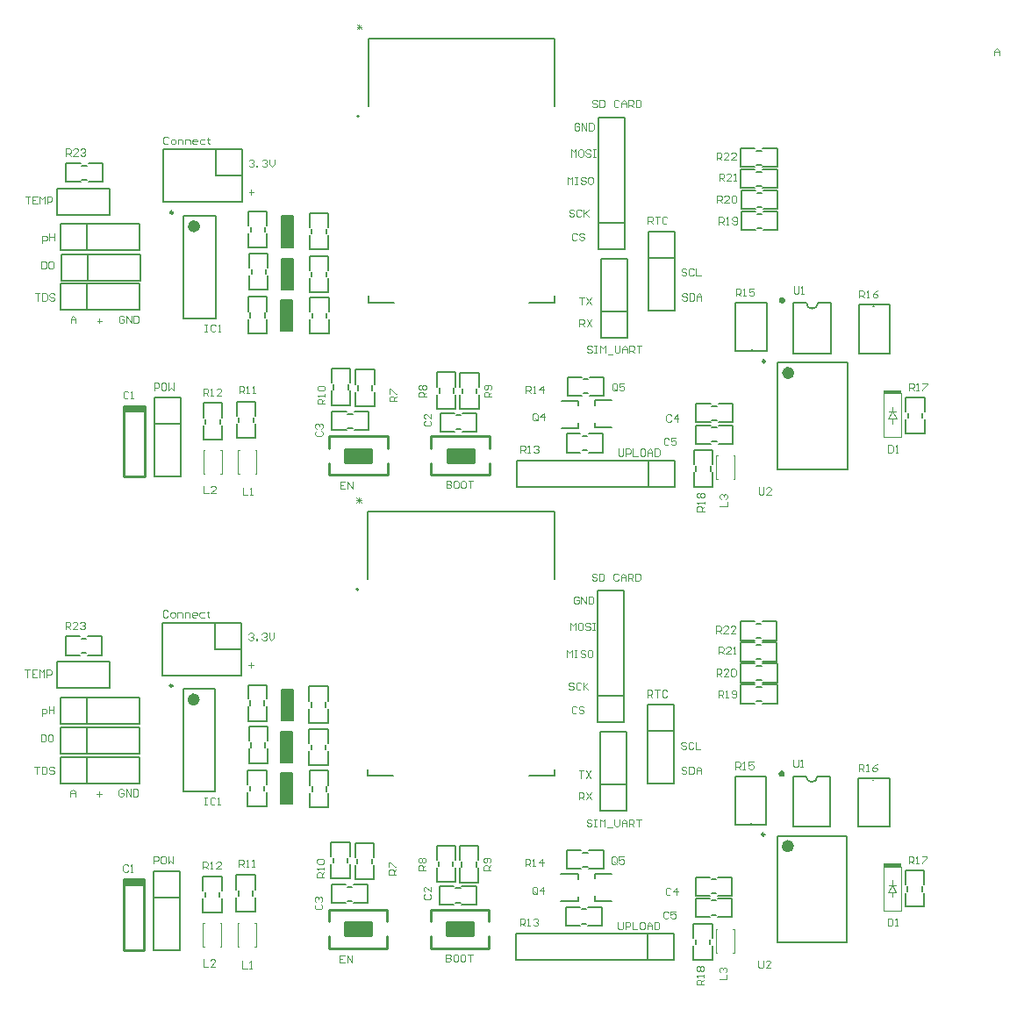
<source format=gto>
G04 Layer_Color=65535*
%FSTAX24Y24*%
%MOIN*%
G70*
G01*
G75*
%ADD40C,0.0079*%
%ADD41C,0.0098*%
%ADD42C,0.0236*%
%ADD43C,0.0070*%
%ADD44C,0.0050*%
%ADD45C,0.0040*%
%ADD46C,0.0100*%
%ADD47C,0.0039*%
%ADD48R,0.1000X0.0500*%
%ADD49R,0.0669X0.0118*%
G36*
X024208Y037924D02*
X023775D01*
Y039105D01*
X024208D01*
Y037924D01*
D02*
G37*
G36*
X024228Y03953D02*
X023795D01*
Y040711D01*
X024228D01*
Y03953D01*
D02*
G37*
G36*
X024193Y036357D02*
X02376D01*
Y037538D01*
X024193D01*
Y036357D01*
D02*
G37*
G36*
X042862Y037614D02*
X042895Y037581D01*
X042913Y037538D01*
Y037514D01*
Y037491D01*
X042895Y037447D01*
X042862Y037414D01*
X042819Y037396D01*
X042772D01*
X042728Y037414D01*
X042695Y037447D01*
X042677Y037491D01*
Y037514D01*
Y037538D01*
X042695Y037581D01*
X042728Y037614D01*
X042772Y037632D01*
X042819D01*
X042862Y037614D01*
D02*
G37*
G36*
X024224Y055904D02*
X023791D01*
Y057085D01*
X024224D01*
Y055904D01*
D02*
G37*
G36*
X024244Y05751D02*
X023811D01*
Y058691D01*
X024244D01*
Y05751D01*
D02*
G37*
G36*
X024208Y054337D02*
X023775D01*
Y055518D01*
X024208D01*
Y054337D01*
D02*
G37*
G36*
X042878Y055595D02*
X042911Y055561D01*
X042929Y055518D01*
Y055494D01*
Y055471D01*
X042911Y055427D01*
X042878Y055394D01*
X042834Y055376D01*
X042787D01*
X042744Y055394D01*
X042711Y055427D01*
X042693Y055471D01*
Y055494D01*
Y055518D01*
X042711Y055561D01*
X042744Y055595D01*
X042787Y055613D01*
X042834D01*
X042878Y055595D01*
D02*
G37*
D40*
X043736Y055396D02*
G03*
X044169Y055396I000217J0D01*
G01*
X026735Y062493D02*
G03*
X026735Y062493I-000039J0D01*
G01*
X04372Y037416D02*
G03*
X044153Y037416I000217J0D01*
G01*
X026719Y044512D02*
G03*
X026719Y044512I-000039J0D01*
G01*
X035831Y058439D02*
X03683D01*
X035831Y062439D02*
X03683D01*
Y057439D02*
Y062439D01*
X035831Y057439D02*
Y062439D01*
Y057439D02*
X03683D01*
X03772Y055118D02*
Y058118D01*
Y055118D02*
X03872D01*
Y058118D01*
X03772D02*
X03872D01*
X03772Y057118D02*
X03872D01*
X036925Y054081D02*
Y057081D01*
X035925D02*
X036925D01*
X035925Y054081D02*
Y057081D01*
Y054081D02*
X036925D01*
X035925Y055081D02*
X036925D01*
X018953Y048798D02*
Y051798D01*
Y048798D02*
X019953D01*
Y051798D01*
X018953D02*
X019953D01*
X018953Y050798D02*
X019953D01*
X035067Y050652D02*
Y050829D01*
Y051498D02*
Y051676D01*
X034427D02*
X035067D01*
X034427Y050652D02*
X035067D01*
X037724Y048404D02*
Y049404D01*
X032724D02*
X038724D01*
X032724Y048404D02*
X038724D01*
Y049404D01*
X032724Y048404D02*
Y049404D01*
X019291Y061231D02*
X022291D01*
X019291Y059231D02*
Y061231D01*
Y059231D02*
X022291D01*
Y061231D01*
X021291Y060231D02*
X022291D01*
X021291D02*
Y061231D01*
X015283Y059738D02*
X017283D01*
X015283Y058738D02*
Y059738D01*
Y058738D02*
X017283D01*
Y059738D01*
X015401Y055132D02*
X018401D01*
Y056132D01*
X015401D02*
X018401D01*
X015401Y055132D02*
Y056132D01*
X016401Y055132D02*
Y056132D01*
X015413Y057396D02*
X018413D01*
Y058396D01*
X015413D02*
X018413D01*
X015413Y057396D02*
Y058396D01*
X016413Y057396D02*
Y058396D01*
X04751Y051815D02*
X04822D01*
X04751Y05127D02*
Y051815D01*
X04822Y05127D02*
Y051815D01*
Y050437D02*
Y050965D01*
X04751Y050437D02*
X04822D01*
X04751D02*
Y050965D01*
X042626Y060564D02*
Y061274D01*
X042081D02*
X042626D01*
X042081Y060564D02*
X042626D01*
X041248D02*
X041776D01*
X041248D02*
Y061274D01*
X041776D01*
X042626Y059764D02*
Y060474D01*
X042081D02*
X042626D01*
X042081Y059764D02*
X042626D01*
X041248D02*
X041776D01*
X041248D02*
Y060474D01*
X041776D01*
X042643Y058961D02*
Y059671D01*
X042099D02*
X042643D01*
X042099Y058961D02*
X042643D01*
X041266D02*
X041794D01*
X041266D02*
Y059671D01*
X041794D01*
X042642Y058162D02*
Y058872D01*
X042097D02*
X042642D01*
X042097Y058162D02*
X042642D01*
X041264D02*
X041792D01*
X041264D02*
Y058872D01*
X041792D01*
X040395Y051562D02*
X040924D01*
X039544D02*
X04009D01*
X039544Y050862D02*
X04009D01*
X040395D02*
X040924D01*
X039544D02*
Y051562D01*
X040924Y050862D02*
Y051562D01*
X040395Y050751D02*
X040924D01*
X039544D02*
X04009D01*
X039544Y050051D02*
X04009D01*
X040395D02*
X040924D01*
X039544D02*
Y050751D01*
X040924Y050051D02*
Y050751D01*
X039461Y048418D02*
X040171D01*
Y048962D01*
X039461Y048418D02*
Y048962D01*
Y049268D02*
Y049796D01*
X040171D01*
Y049268D02*
Y049796D01*
X035708Y051514D02*
Y051691D01*
Y050668D02*
Y050845D01*
Y050668D02*
X036348D01*
X035708Y051691D02*
X036348D01*
X034657Y052583D02*
X035186D01*
X034657Y051873D02*
Y052583D01*
Y051873D02*
X035186D01*
X035491D02*
X036035D01*
X035491Y052583D02*
X036035D01*
Y051873D02*
Y052583D01*
X034622Y050426D02*
X03515D01*
X034622Y049716D02*
Y050426D01*
Y049716D02*
X03515D01*
X035455D02*
X036D01*
X035455Y050426D02*
X036D01*
Y049716D02*
Y050426D01*
X031289Y052214D02*
Y052742D01*
X030579D02*
X031289D01*
X030579Y052214D02*
Y052742D01*
Y051364D02*
Y051909D01*
X031289Y051364D02*
Y051909D01*
X030579Y051364D02*
X031289D01*
X029829Y050514D02*
Y051214D01*
X031209Y050514D02*
Y051214D01*
X029829D02*
X030359D01*
X030664D02*
X031209D01*
X030664Y050514D02*
X031209D01*
X029829D02*
X030359D01*
X029702Y05138D02*
Y051908D01*
Y05138D02*
X030412D01*
Y051908D01*
Y052214D02*
Y052758D01*
X029702Y052214D02*
Y052758D01*
X030412D01*
X026608Y051483D02*
Y052011D01*
Y051483D02*
X027318D01*
Y052011D01*
Y052316D02*
Y052861D01*
X026608Y052316D02*
Y052861D01*
X027318D01*
X026407Y052364D02*
Y052892D01*
X025697D02*
X026407D01*
X025697Y052364D02*
Y052892D01*
Y051514D02*
Y052059D01*
X026407Y051514D02*
Y052059D01*
X025697Y051514D02*
X026407D01*
X027091Y05057D02*
Y05127D01*
X025711Y05057D02*
Y05127D01*
X026562Y05057D02*
X027091D01*
X025711D02*
X026257D01*
X025711Y05127D02*
X026257D01*
X026562D02*
X027091D01*
X024864Y057427D02*
Y057956D01*
Y057427D02*
X025574D01*
Y057956D01*
Y058261D02*
Y058805D01*
X024864Y058261D02*
Y058805D01*
X025574D01*
X024864Y055809D02*
Y056338D01*
Y055809D02*
X025574D01*
Y056338D01*
Y056643D02*
Y057187D01*
X024864Y056643D02*
Y057187D01*
X025574D01*
X024884Y054231D02*
Y054759D01*
Y054231D02*
X025594D01*
Y054759D01*
Y055064D02*
Y055609D01*
X024884Y055064D02*
Y055609D01*
X025594D01*
X023281Y056746D02*
Y057274D01*
X022571D02*
X023281D01*
X022571Y056746D02*
Y057274D01*
Y055896D02*
Y056441D01*
X023281Y055896D02*
Y056441D01*
X022571Y055896D02*
X023281D01*
X022529Y054246D02*
Y054775D01*
Y054246D02*
X023239D01*
Y054775D01*
Y05508D02*
Y055624D01*
X022529Y05508D02*
Y055624D01*
X023239D01*
X02325Y05834D02*
Y058868D01*
X02254D02*
X02325D01*
X02254Y05834D02*
Y058868D01*
Y05749D02*
Y058035D01*
X02325Y05749D02*
Y058035D01*
X02254Y05749D02*
X02325D01*
X022096Y050266D02*
Y050794D01*
Y050266D02*
X022806D01*
Y050794D01*
Y051099D02*
Y051644D01*
X022096Y051099D02*
Y051644D01*
X022806D01*
X020825Y050211D02*
Y050739D01*
Y050211D02*
X021535D01*
Y050739D01*
Y051044D02*
Y051589D01*
X020825Y051044D02*
Y051589D01*
X021535D01*
X01561Y059994D02*
Y060704D01*
Y059994D02*
X016155D01*
X01561Y060704D02*
X016155D01*
X01646D02*
X016988D01*
Y059994D02*
Y060704D01*
X01646Y059994D02*
X016988D01*
X015421Y056254D02*
X018421D01*
Y057254D01*
X015421D02*
X018421D01*
X015421Y056254D02*
Y057254D01*
X016421Y056254D02*
Y057254D01*
X044169Y055396D02*
X044661D01*
X043244D02*
X043736D01*
X044661Y053471D02*
Y055396D01*
X043244Y053471D02*
X044661D01*
X043244D02*
Y055396D01*
X023791Y057085D02*
X024224D01*
X023791Y055904D02*
Y057085D01*
Y055904D02*
X024224D01*
Y057085D01*
X023811Y058691D02*
X024244D01*
X023811Y05751D02*
Y058691D01*
Y05751D02*
X024244D01*
Y058691D01*
X023775Y055518D02*
X024208D01*
X023775Y054337D02*
Y055518D01*
Y054337D02*
X024208D01*
Y055518D01*
X042649Y049077D02*
Y053132D01*
X045287Y049077D02*
Y053132D01*
X042649D02*
X045287D01*
X042649Y049077D02*
X045287D01*
X020075Y054805D02*
Y058703D01*
X021295Y054805D02*
Y058703D01*
X020075D02*
X021295D01*
X020075Y054805D02*
X021295D01*
X018937Y032817D02*
X019937D01*
X018937Y033817D02*
X019937D01*
Y030817D02*
Y033817D01*
X018937Y030817D02*
X019937D01*
X018937D02*
Y033817D01*
X024228Y03953D02*
Y040711D01*
X023795Y03953D02*
X024228D01*
X023795D02*
Y040711D01*
X024228D01*
X024208Y037924D02*
Y039105D01*
X023775Y037924D02*
X024208D01*
X023775D02*
Y039105D01*
X024208D01*
X024193Y036357D02*
Y037538D01*
X02376Y036357D02*
X024193D01*
X02376D02*
Y037538D01*
X024193D01*
X034411Y032672D02*
X035051D01*
X034411Y033695D02*
X035051D01*
Y033518D02*
Y033695D01*
Y032672D02*
Y032849D01*
X035693Y033711D02*
X036332D01*
X035693Y032687D02*
X036332D01*
X035693D02*
Y032864D01*
Y033534D02*
Y033711D01*
X024848Y040825D02*
X025558D01*
X024848Y040281D02*
Y040825D01*
X025558Y040281D02*
Y040825D01*
Y039447D02*
Y039975D01*
X024848Y039447D02*
X025558D01*
X024848D02*
Y039975D01*
X025682Y033534D02*
X026392D01*
Y034078D01*
X025682Y033534D02*
Y034078D01*
Y034383D02*
Y034912D01*
X026392D01*
Y034383D02*
Y034912D01*
X02208Y033664D02*
X02279D01*
X02208Y033119D02*
Y033664D01*
X02279Y033119D02*
Y033664D01*
Y032286D02*
Y032814D01*
X02208Y032286D02*
X02279D01*
X02208D02*
Y032814D01*
X020809Y033609D02*
X021519D01*
X020809Y033064D02*
Y033609D01*
X021519Y033064D02*
Y033609D01*
Y032231D02*
Y032759D01*
X020809Y032231D02*
X021519D01*
X020809D02*
Y032759D01*
X035984Y031735D02*
Y032445D01*
X035439D02*
X035984D01*
X035439Y031735D02*
X035984D01*
X034606D02*
X035134D01*
X034606D02*
Y032445D01*
X035134D01*
X036019Y033893D02*
Y034603D01*
X035475D02*
X036019D01*
X035475Y033893D02*
X036019D01*
X034642D02*
X03517D01*
X034642D02*
Y034603D01*
X03517D01*
X047494Y032457D02*
Y032985D01*
Y032457D02*
X048204D01*
Y032985D01*
Y03329D02*
Y033835D01*
X047494Y03329D02*
Y033835D01*
X048204D01*
X040155Y031287D02*
Y031816D01*
X039445D02*
X040155D01*
X039445Y031287D02*
Y031816D01*
Y030438D02*
Y030982D01*
X040155Y030438D02*
Y030982D01*
X039445Y030438D02*
X040155D01*
X041248Y040892D02*
X041776D01*
X041248Y040182D02*
Y040892D01*
Y040182D02*
X041776D01*
X042081D02*
X042626D01*
X042081Y040892D02*
X042626D01*
Y040182D02*
Y040892D01*
X022524Y03951D02*
X023234D01*
Y040055D01*
X022524Y03951D02*
Y040055D01*
Y04036D02*
Y040888D01*
X023234D01*
Y04036D02*
Y040888D01*
X04125Y041691D02*
X041778D01*
X04125Y040981D02*
Y041691D01*
Y040981D02*
X041778D01*
X042083D02*
X042628D01*
X042083Y041691D02*
X042628D01*
Y040981D02*
Y041691D01*
X041232Y042494D02*
X041761D01*
X041232Y041784D02*
Y042494D01*
Y041784D02*
X041761D01*
X042066D02*
X04261D01*
X042066Y042494D02*
X04261D01*
Y041784D02*
Y042494D01*
X041232Y043293D02*
X041761D01*
X041232Y042583D02*
Y043293D01*
Y042583D02*
X041761D01*
X042066D02*
X04261D01*
X042066Y043293D02*
X04261D01*
Y042583D02*
Y043293D01*
X016444Y042014D02*
X016972D01*
Y042724D01*
X016444D02*
X016972D01*
X015594D02*
X016139D01*
X015594Y042014D02*
X016139D01*
X015594D02*
Y042724D01*
X024848Y039207D02*
X025558D01*
X024848Y038662D02*
Y039207D01*
X025558Y038662D02*
Y039207D01*
Y037829D02*
Y038357D01*
X024848Y037829D02*
X025558D01*
X024848D02*
Y038357D01*
X022556Y037916D02*
X023266D01*
Y03846D01*
X022556Y037916D02*
Y03846D01*
Y038765D02*
Y039294D01*
X023266D01*
Y038765D02*
Y039294D01*
X024868Y037628D02*
X025578D01*
X024868Y037084D02*
Y037628D01*
X025578Y037084D02*
Y037628D01*
Y03625D02*
Y036779D01*
X024868Y03625D02*
X025578D01*
X024868D02*
Y036779D01*
X022513Y037644D02*
X023223D01*
X022513Y037099D02*
Y037644D01*
X023223Y037099D02*
Y037644D01*
Y036266D02*
Y036794D01*
X022513Y036266D02*
X023223D01*
X022513D02*
Y036794D01*
X026592Y03488D02*
X027302D01*
X026592Y034336D02*
Y03488D01*
X027302Y034336D02*
Y03488D01*
Y033502D02*
Y034031D01*
X026592Y033502D02*
X027302D01*
X026592D02*
Y034031D01*
X029687Y034778D02*
X030397D01*
X029687Y034233D02*
Y034778D01*
X030397Y034233D02*
Y034778D01*
Y0334D02*
Y033928D01*
X029687Y0334D02*
X030397D01*
X029687D02*
Y033928D01*
X030563Y033384D02*
X031273D01*
Y033929D01*
X030563Y033384D02*
Y033929D01*
Y034234D02*
Y034762D01*
X031273D01*
Y034234D02*
Y034762D01*
X037705Y039138D02*
X038705D01*
X037705Y040138D02*
X038705D01*
Y037138D02*
Y040138D01*
X037705Y037138D02*
X038705D01*
X037705D02*
Y040138D01*
X035815Y039459D02*
X036815D01*
X035815D02*
Y044459D01*
X036815Y039459D02*
Y044459D01*
X035815D02*
X036815D01*
X035815Y040459D02*
X036815D01*
X035909Y037101D02*
X036909D01*
X035909Y036101D02*
X036909D01*
X035909D02*
Y039101D01*
X036909D01*
Y036101D02*
Y039101D01*
X016386Y037152D02*
Y038152D01*
X015386Y037152D02*
Y038152D01*
X018386D01*
Y037152D02*
Y038152D01*
X015386Y037152D02*
X018386D01*
X017268Y040758D02*
Y041758D01*
X015267Y040758D02*
X017268D01*
X015267D02*
Y041758D01*
X017268D01*
X043228Y03549D02*
Y037416D01*
Y03549D02*
X044645D01*
Y037416D01*
X043228D02*
X04372D01*
X044153D02*
X044645D01*
X042634Y031097D02*
X045271D01*
X042634Y035152D02*
X045271D01*
Y031097D02*
Y035152D01*
X042634Y031097D02*
Y035152D01*
X032708Y030424D02*
Y031424D01*
X038708Y030424D02*
Y031424D01*
X032708Y030424D02*
X038708D01*
X032708Y031424D02*
X038708D01*
X037708Y030424D02*
Y031424D01*
X029814Y032534D02*
X030343D01*
X030648D02*
X031194D01*
X030648Y033234D02*
X031194D01*
X029814D02*
X030343D01*
X031194Y032534D02*
Y033234D01*
X029814Y032534D02*
Y033234D01*
X026546Y033289D02*
X027076D01*
X025696D02*
X026241D01*
X025696Y032589D02*
X026241D01*
X026546D02*
X027076D01*
X025696D02*
Y033289D01*
X027076Y032589D02*
Y033289D01*
X040909Y032882D02*
Y033582D01*
X039529Y032882D02*
Y033582D01*
X040379Y032882D02*
X040909D01*
X039529D02*
X040074D01*
X039529Y033582D02*
X040074D01*
X040379D02*
X040909D01*
Y032071D02*
Y032771D01*
X039529Y032071D02*
Y032771D01*
X040379Y032071D02*
X040909D01*
X039529D02*
X040074D01*
X039529Y032771D02*
X040074D01*
X040379D02*
X040909D01*
X021275Y04225D02*
Y04325D01*
Y04225D02*
X022275D01*
Y04125D02*
Y04325D01*
X019275Y04125D02*
X022275D01*
X019275D02*
Y04325D01*
X022275D01*
X016405Y038274D02*
Y039274D01*
X015405Y038274D02*
Y039274D01*
X018405D01*
Y038274D02*
Y039274D01*
X015405Y038274D02*
X018405D01*
X020059Y036825D02*
X021279D01*
X020059Y040723D02*
X021279D01*
Y036825D02*
Y040723D01*
X020059Y036825D02*
Y040723D01*
X016397Y039416D02*
Y040416D01*
X015397Y039416D02*
Y040416D01*
X018397D01*
Y039416D02*
Y040416D01*
X015397Y039416D02*
X018397D01*
D41*
X042157Y053179D02*
G03*
X042157Y053179I-000049J0D01*
G01*
X019671Y058829D02*
G03*
X019671Y058829I-000049J0D01*
G01*
X042142Y035199D02*
G03*
X042142Y035199I-000049J0D01*
G01*
X019655Y040849D02*
G03*
X019655Y040849I-000049J0D01*
G01*
D42*
X043161Y052738D02*
G03*
X043161Y052738I-000118J0D01*
G01*
X020586Y058309D02*
G03*
X020586Y058309I-000118J0D01*
G01*
X043145Y034758D02*
G03*
X043145Y034758I-000118J0D01*
G01*
X020571Y040329D02*
G03*
X020571Y040329I-000118J0D01*
G01*
D43*
X048136Y051034D02*
Y051214D01*
X047596Y051034D02*
Y051214D01*
X041845Y060648D02*
X042025D01*
X041845Y061188D02*
X042025D01*
X041845Y059848D02*
X042025D01*
X041845Y060388D02*
X042025D01*
X041863Y059045D02*
X042043D01*
X041863Y059585D02*
X042043D01*
X041861Y058246D02*
X042041D01*
X041861Y058786D02*
X042041D01*
X040146Y051481D02*
X040326D01*
X040146Y050941D02*
X040326D01*
X040146Y05067D02*
X040326D01*
X040146Y05013D02*
X040326D01*
X039545Y049018D02*
Y049198D01*
X040085Y049018D02*
Y049198D01*
X035255Y052497D02*
X035435D01*
X035255Y051957D02*
X035435D01*
X035219Y05034D02*
X035399D01*
X035219Y0498D02*
X035399D01*
X031203Y051965D02*
Y052145D01*
X030663Y051965D02*
Y052145D01*
X030428Y051136D02*
X030608D01*
X030428Y050596D02*
X030608D01*
X029789Y051978D02*
Y052158D01*
X030329Y051978D02*
Y052158D01*
X026694Y05208D02*
Y05226D01*
X027234Y05208D02*
Y05226D01*
X026321Y052115D02*
Y052295D01*
X025781Y052115D02*
Y052295D01*
X026313Y050648D02*
X026493D01*
X026313Y051188D02*
X026493D01*
X02495Y058025D02*
Y058205D01*
X02549Y058025D02*
Y058205D01*
X02495Y056407D02*
Y056587D01*
X02549Y056407D02*
Y056587D01*
X02497Y054828D02*
Y055008D01*
X02551Y054828D02*
Y055008D01*
X023195Y056497D02*
Y056677D01*
X022655Y056497D02*
Y056677D01*
X022615Y054844D02*
Y055024D01*
X023155Y054844D02*
Y055024D01*
X023164Y058091D02*
Y058271D01*
X022624Y058091D02*
Y058271D01*
X022182Y050863D02*
Y051043D01*
X022722Y050863D02*
Y051043D01*
X020911Y050808D02*
Y050988D01*
X021451Y050808D02*
Y050988D01*
X016211Y06062D02*
X016391D01*
X016211Y06008D02*
X016391D01*
X025474Y040044D02*
Y040224D01*
X024934Y040044D02*
Y040224D01*
X025766Y034134D02*
Y034314D01*
X026306Y034134D02*
Y034314D01*
X022706Y032883D02*
Y033063D01*
X022166Y032883D02*
Y033063D01*
X021435Y032828D02*
Y033008D01*
X020895Y032828D02*
Y033008D01*
X035203Y031819D02*
X035383D01*
X035203Y032359D02*
X035383D01*
X035239Y033977D02*
X035419D01*
X035239Y034517D02*
X035419D01*
X04758Y033054D02*
Y033234D01*
X04812Y033054D02*
Y033234D01*
X040069Y031038D02*
Y031218D01*
X039529Y031038D02*
Y031218D01*
X041845Y040806D02*
X042025D01*
X041845Y040266D02*
X042025D01*
X022608Y040111D02*
Y040291D01*
X023148Y040111D02*
Y040291D01*
X041847Y041605D02*
X042027D01*
X041847Y041065D02*
X042027D01*
X04183Y042408D02*
X04201D01*
X04183Y041868D02*
X04201D01*
X04183Y043207D02*
X04201D01*
X04183Y042667D02*
X04201D01*
X016195Y0421D02*
X016375D01*
X016195Y04264D02*
X016375D01*
X025474Y038426D02*
Y038606D01*
X024934Y038426D02*
Y038606D01*
X02264Y038516D02*
Y038696D01*
X02318Y038516D02*
Y038696D01*
X025494Y036848D02*
Y037028D01*
X024954Y036848D02*
Y037028D01*
X02314Y036863D02*
Y037043D01*
X0226Y036863D02*
Y037043D01*
X027218Y0341D02*
Y03428D01*
X026678Y0341D02*
Y03428D01*
X030313Y033997D02*
Y034177D01*
X029773Y033997D02*
Y034177D01*
X030647Y033985D02*
Y034165D01*
X031187Y033985D02*
Y034165D01*
X030412Y032615D02*
X030592D01*
X030412Y033156D02*
X030592D01*
X026297Y033208D02*
X026477D01*
X026297Y032668D02*
X026477D01*
X04013Y032961D02*
X04031D01*
X04013Y033501D02*
X04031D01*
X04013Y03215D02*
X04031D01*
X04013Y03269D02*
X04031D01*
D44*
X045728Y053485D02*
Y055325D01*
Y053485D02*
X046908D01*
Y055325D01*
X046035D02*
X046908D01*
X04583D02*
X045933D01*
X046283Y055255D02*
X046288D01*
X045728Y055325D02*
X04583D01*
X045933D02*
X046035D01*
X042218Y053557D02*
Y055397D01*
X041038D02*
X042218D01*
X041038Y053557D02*
Y055397D01*
Y053557D02*
X04191D01*
X042012D02*
X042116D01*
X041658Y053627D02*
X041663D01*
X042116Y053557D02*
X042218D01*
X04191D02*
X042012D01*
X02709Y055406D02*
Y055662D01*
Y055406D02*
X028054D01*
X033212D02*
X034176D01*
Y055662D01*
X02709Y062886D02*
Y065445D01*
X034176D01*
Y062886D02*
Y065445D01*
X041894Y035577D02*
X041996D01*
X0421D02*
X042202D01*
X041642Y035647D02*
X041647D01*
X041996Y035577D02*
X0421D01*
X041022D02*
X041894D01*
X041022D02*
Y037417D01*
X042202D01*
Y035577D02*
Y037417D01*
X045918Y037345D02*
X046019D01*
X045712D02*
X045814D01*
X046267Y037275D02*
X046272D01*
X045814Y037345D02*
X045918D01*
X046019D02*
X046892D01*
Y035505D02*
Y037345D01*
X045712Y035505D02*
X046892D01*
X045712D02*
Y037345D01*
X03416Y044906D02*
Y047465D01*
X027074D02*
X03416D01*
X027074Y044906D02*
Y047465D01*
X03416Y037426D02*
Y037682D01*
X033196Y037426D02*
X03416D01*
X027074D02*
X028038D01*
X027074D02*
Y037682D01*
D45*
X040303Y049589D02*
X040353D01*
X040303Y048689D02*
Y049589D01*
Y048689D02*
X040353D01*
X040953Y049589D02*
X041003D01*
Y048689D02*
Y049589D01*
X040953Y048689D02*
X041003D01*
X02215Y049804D02*
X0222D01*
X02215Y048904D02*
Y049804D01*
Y048904D02*
X0222D01*
X0228Y049804D02*
X02285D01*
Y048904D02*
Y049804D01*
X0228Y048904D02*
X02285D01*
X020823Y049808D02*
X020873D01*
X020823Y048908D02*
Y049808D01*
Y048908D02*
X020873D01*
X021473Y049808D02*
X021523D01*
Y048908D02*
Y049808D01*
X021473Y048908D02*
X021523D01*
X022784Y030924D02*
X022834D01*
Y031824D01*
X022784D02*
X022834D01*
X022134Y030924D02*
X022184D01*
X022134D02*
Y031824D01*
X022184D01*
X021457Y030927D02*
X021507D01*
Y031827D01*
X021457D02*
X021507D01*
X020807Y030927D02*
X020857D01*
X020807D02*
Y031827D01*
X020857D01*
X040938Y030709D02*
X040988D01*
Y031609D01*
X040938D02*
X040988D01*
X040288Y030709D02*
X040338D01*
X040288D02*
Y031609D01*
X040338D01*
D46*
X031696Y048867D02*
Y049317D01*
Y049877D02*
Y050327D01*
X030086Y049347D02*
Y049847D01*
Y049347D02*
X031086D01*
Y049847D01*
X030086D02*
X031086D01*
X029476Y050327D02*
X031696D01*
X029476Y048867D02*
X031696D01*
X029476D02*
Y049317D01*
Y049877D02*
Y050327D01*
X025606Y049877D02*
Y050327D01*
Y048867D02*
Y049317D01*
X027216Y049347D02*
Y049847D01*
X026216D02*
X027216D01*
X026216Y049347D02*
Y049847D01*
Y049347D02*
X027216D01*
X025606Y048867D02*
X027826D01*
X025606Y050327D02*
X027826D01*
Y049877D02*
Y050327D01*
Y048867D02*
Y049317D01*
X017811Y05147D02*
X018598D01*
X017811Y05138D02*
X018598D01*
X017811Y0513D02*
X018598D01*
X017811Y0488D02*
Y05145D01*
Y0488D02*
X018598D01*
Y05145D01*
X029461Y031896D02*
Y032346D01*
Y030886D02*
Y031336D01*
Y030886D02*
X031681D01*
X029461Y032346D02*
X031681D01*
X030071Y031866D02*
X031071D01*
Y031366D02*
Y031866D01*
X030071Y031366D02*
X031071D01*
X030071D02*
Y031866D01*
X031681Y031896D02*
Y032346D01*
Y030886D02*
Y031336D01*
X018582Y030819D02*
Y033469D01*
X017795Y030819D02*
X018582D01*
X017795D02*
Y033469D01*
Y033319D02*
X018582D01*
X017795Y033399D02*
X018582D01*
X017795Y033489D02*
X018582D01*
X027811Y030886D02*
Y031336D01*
Y031896D02*
Y032346D01*
X025591D02*
X027811D01*
X025591Y030886D02*
X027811D01*
X026201Y031366D02*
X027201D01*
X026201D02*
Y031866D01*
X027201D01*
Y031366D02*
Y031866D01*
X025591Y030886D02*
Y031336D01*
Y031896D02*
Y032346D01*
D47*
X046673Y050292D02*
Y051965D01*
X047342D01*
Y050292D02*
Y051965D01*
X046673Y050292D02*
X047342D01*
X047008Y051266D02*
X047165Y05099D01*
X04685D02*
X047008Y051266D01*
X04685Y05099D02*
X047165D01*
X047008Y050813D02*
Y05099D01*
X04687Y051266D02*
X047145D01*
X047008D02*
Y051443D01*
X046992Y033286D02*
Y033463D01*
X046854Y033286D02*
X04713D01*
X046992Y032833D02*
Y03301D01*
X046834D02*
X047149D01*
X046834D02*
X046992Y033286D01*
X047149Y03301D01*
X046657Y032311D02*
X047327D01*
Y033985D01*
X046657D02*
X047327D01*
X046657Y032311D02*
Y033985D01*
X035786Y063055D02*
X03574Y063101D01*
X035648D01*
X035602Y063055D01*
Y063009D01*
X035648Y062963D01*
X03574D01*
X035786Y062917D01*
Y062871D01*
X03574Y062825D01*
X035648D01*
X035602Y062871D01*
X035878Y063101D02*
Y062825D01*
X036015D01*
X036061Y062871D01*
Y063055D01*
X036015Y063101D01*
X035878D01*
X036612Y063055D02*
X036566Y063101D01*
X036475D01*
X036429Y063055D01*
Y062871D01*
X036475Y062825D01*
X036566D01*
X036612Y062871D01*
X036704Y062825D02*
Y063009D01*
X036796Y063101D01*
X036888Y063009D01*
Y062825D01*
Y062963D01*
X036704D01*
X03698Y062825D02*
Y063101D01*
X037117D01*
X037163Y063055D01*
Y062963D01*
X037117Y062917D01*
X03698D01*
X037071D02*
X037163Y062825D01*
X037255Y063101D02*
Y062825D01*
X037393D01*
X037439Y062871D01*
Y063055D01*
X037393Y063101D01*
X037255D01*
X037716Y0584D02*
Y058676D01*
X037854D01*
X037899Y05863D01*
Y058538D01*
X037854Y058492D01*
X037716D01*
X037808D02*
X037899Y0584D01*
X037991Y058676D02*
X038175D01*
X038083D01*
Y0584D01*
X03845Y05863D02*
X038405Y058676D01*
X038313D01*
X038267Y05863D01*
Y058446D01*
X038313Y0584D01*
X038405D01*
X03845Y058446D01*
X035589Y053722D02*
X035543Y053768D01*
X035451D01*
X035406Y053722D01*
Y053676D01*
X035451Y05363D01*
X035543D01*
X035589Y053584D01*
Y053538D01*
X035543Y053492D01*
X035451D01*
X035406Y053538D01*
X035681Y053768D02*
X035773D01*
X035727D01*
Y053492D01*
X035681D01*
X035773D01*
X035911D02*
Y053768D01*
X036002Y053676D01*
X036094Y053768D01*
Y053492D01*
X036186Y053446D02*
X03637D01*
X036462Y053768D02*
Y053538D01*
X036508Y053492D01*
X036599D01*
X036645Y053538D01*
Y053768D01*
X036737Y053492D02*
Y053676D01*
X036829Y053768D01*
X036921Y053676D01*
Y053492D01*
Y05363D01*
X036737D01*
X037013Y053492D02*
Y053768D01*
X03715D01*
X037196Y053722D01*
Y05363D01*
X03715Y053584D01*
X037013D01*
X037104D02*
X037196Y053492D01*
X037288Y053768D02*
X037472D01*
X03738D01*
Y053492D01*
X018956Y05208D02*
Y052356D01*
X019094D01*
X019139Y05231D01*
Y052218D01*
X019094Y052172D01*
X018956D01*
X019369Y052356D02*
X019277D01*
X019231Y05231D01*
Y052126D01*
X019277Y05208D01*
X019369D01*
X019415Y052126D01*
Y05231D01*
X019369Y052356D01*
X019507D02*
Y05208D01*
X019599Y052172D01*
X01969Y05208D01*
Y052356D01*
X033522Y050969D02*
Y051153D01*
X033476Y051199D01*
X033384D01*
X033338Y051153D01*
Y050969D01*
X033384Y050924D01*
X033476D01*
X03343Y051015D02*
X033522Y050924D01*
X033476D02*
X033522Y050969D01*
X033752Y050924D02*
Y051199D01*
X033614Y051061D01*
X033798D01*
X036598Y049858D02*
Y049629D01*
X036644Y049583D01*
X036736D01*
X036782Y049629D01*
Y049858D01*
X036874Y049583D02*
Y049858D01*
X037012D01*
X037058Y049812D01*
Y04972D01*
X037012Y049675D01*
X036874D01*
X037149Y049858D02*
Y049583D01*
X037333D01*
X037563Y049858D02*
X037471D01*
X037425Y049812D01*
Y049629D01*
X037471Y049583D01*
X037563D01*
X037609Y049629D01*
Y049812D01*
X037563Y049858D01*
X0377Y049583D02*
Y049766D01*
X037792Y049858D01*
X037884Y049766D01*
Y049583D01*
Y04972D01*
X0377D01*
X037976Y049858D02*
Y049583D01*
X038114D01*
X03816Y049629D01*
Y049812D01*
X038114Y049858D01*
X037976D01*
X019498Y061661D02*
X019453Y061707D01*
X019361D01*
X019315Y061661D01*
Y061477D01*
X019361Y061431D01*
X019453D01*
X019498Y061477D01*
X019636Y061431D02*
X019728D01*
X019774Y061477D01*
Y061569D01*
X019728Y061615D01*
X019636D01*
X01959Y061569D01*
Y061477D01*
X019636Y061431D01*
X019866D02*
Y061615D01*
X020003D01*
X020049Y061569D01*
Y061431D01*
X020141D02*
Y061615D01*
X020279D01*
X020325Y061569D01*
Y061431D01*
X020555D02*
X020463D01*
X020417Y061477D01*
Y061569D01*
X020463Y061615D01*
X020555D01*
X0206Y061569D01*
Y061523D01*
X020417D01*
X020876Y061615D02*
X020738D01*
X020692Y061569D01*
Y061477D01*
X020738Y061431D01*
X020876D01*
X021014Y061661D02*
Y061615D01*
X020968D01*
X02106D01*
X021014D01*
Y061477D01*
X02106Y061431D01*
X014063Y059437D02*
X014247D01*
X014155D01*
Y059161D01*
X014522Y059437D02*
X014338D01*
Y059161D01*
X014522D01*
X014338Y059299D02*
X01443D01*
X014614Y059161D02*
Y059437D01*
X014706Y059345D01*
X014798Y059437D01*
Y059161D01*
X01489D02*
Y059437D01*
X015027D01*
X015073Y059391D01*
Y059299D01*
X015027Y059253D01*
X01489D01*
X014433Y055758D02*
X014617D01*
X014525D01*
Y055483D01*
X014708Y055758D02*
Y055483D01*
X014846D01*
X014892Y055529D01*
Y055712D01*
X014846Y055758D01*
X014708D01*
X015168Y055712D02*
X015122Y055758D01*
X01503D01*
X014984Y055712D01*
Y055666D01*
X01503Y05562D01*
X015122D01*
X015168Y055574D01*
Y055529D01*
X015122Y055483D01*
X01503D01*
X014984Y055529D01*
X014705Y057678D02*
Y057954D01*
X014842D01*
X014888Y057908D01*
Y057816D01*
X014842Y05777D01*
X014705D01*
X01498Y058045D02*
Y05777D01*
Y057908D01*
X015164D01*
Y058045D01*
Y05777D01*
X047638Y052071D02*
Y052346D01*
X047776D01*
X047821Y0523D01*
Y052209D01*
X047776Y052163D01*
X047638D01*
X04773D02*
X047821Y052071D01*
X047913D02*
X048005D01*
X047959D01*
Y052346D01*
X047913Y0523D01*
X048143Y052346D02*
X048327D01*
Y0523D01*
X048143Y052117D01*
Y052071D01*
X045746Y05559D02*
Y055866D01*
X045883D01*
X045929Y05582D01*
Y055728D01*
X045883Y055682D01*
X045746D01*
X045838D02*
X045929Y05559D01*
X046021D02*
X046113D01*
X046067D01*
Y055866D01*
X046021Y05582D01*
X046434Y055866D02*
X046343Y05582D01*
X046251Y055728D01*
Y055636D01*
X046297Y05559D01*
X046389D01*
X046434Y055636D01*
Y055682D01*
X046389Y055728D01*
X046251D01*
X040323Y060827D02*
Y061102D01*
X040461D01*
X040507Y061056D01*
Y060965D01*
X040461Y060919D01*
X040323D01*
X040415D02*
X040507Y060827D01*
X040782D02*
X040598D01*
X040782Y06101D01*
Y061056D01*
X040736Y061102D01*
X040644D01*
X040598Y061056D01*
X041058Y060827D02*
X040874D01*
X041058Y06101D01*
Y061056D01*
X041012Y061102D01*
X04092D01*
X040874Y061056D01*
X040421Y060035D02*
Y060311D01*
X040559D01*
X040605Y060265D01*
Y060173D01*
X040559Y060127D01*
X040421D01*
X040513D02*
X040605Y060035D01*
X04088D02*
X040697D01*
X04088Y060219D01*
Y060265D01*
X040835Y060311D01*
X040743D01*
X040697Y060265D01*
X040972Y060035D02*
X041064D01*
X041018D01*
Y060311D01*
X040972Y060265D01*
X040335Y059201D02*
Y059476D01*
X040472D01*
X040518Y05943D01*
Y059339D01*
X040472Y059293D01*
X040335D01*
X040426D02*
X040518Y059201D01*
X040794D02*
X04061D01*
X040794Y059384D01*
Y05943D01*
X040748Y059476D01*
X040656D01*
X04061Y05943D01*
X040886D02*
X040932Y059476D01*
X041023D01*
X041069Y05943D01*
Y059247D01*
X041023Y059201D01*
X040932D01*
X040886Y059247D01*
Y05943D01*
X040409Y058382D02*
Y058657D01*
X040547D01*
X040593Y058611D01*
Y05852D01*
X040547Y058474D01*
X040409D01*
X040501D02*
X040593Y058382D01*
X040685D02*
X040777D01*
X040731D01*
Y058657D01*
X040685Y058611D01*
X040915Y058428D02*
X04096Y058382D01*
X041052D01*
X041098Y058428D01*
Y058611D01*
X041052Y058657D01*
X04096D01*
X040915Y058611D01*
Y058566D01*
X04096Y05852D01*
X041098D01*
X041056Y05566D02*
Y055936D01*
X041193D01*
X041239Y05589D01*
Y055798D01*
X041193Y055752D01*
X041056D01*
X041148D02*
X041239Y05566D01*
X041331D02*
X041423D01*
X041377D01*
Y055936D01*
X041331Y05589D01*
X041744Y055936D02*
X041561D01*
Y055798D01*
X041653Y055844D01*
X041699D01*
X041744Y055798D01*
Y055706D01*
X041699Y05566D01*
X041607D01*
X041561Y055706D01*
X038597Y05111D02*
X038551Y051156D01*
X038459D01*
X038413Y05111D01*
Y050926D01*
X038459Y05088D01*
X038551D01*
X038597Y050926D01*
X038826Y05088D02*
Y051156D01*
X038689Y051018D01*
X038872D01*
X038506Y05022D02*
X03846Y050266D01*
X038369D01*
X038323Y05022D01*
Y050036D01*
X038369Y04999D01*
X03846D01*
X038506Y050036D01*
X038782Y050266D02*
X038598D01*
Y050128D01*
X03869Y050174D01*
X038736D01*
X038782Y050128D01*
Y050036D01*
X038736Y04999D01*
X038644D01*
X038598Y050036D01*
X040449Y047669D02*
X040724D01*
Y047853D01*
X040495Y047945D02*
X040449Y047991D01*
Y048083D01*
X040495Y048128D01*
X040541D01*
X040587Y048083D01*
Y048037D01*
Y048083D01*
X040633Y048128D01*
X040678D01*
X040724Y048083D01*
Y047991D01*
X040678Y047945D01*
X039854Y047484D02*
X039579D01*
Y047622D01*
X039625Y047668D01*
X039717D01*
X039762Y047622D01*
Y047484D01*
Y047576D02*
X039854Y047668D01*
Y04776D02*
Y047852D01*
Y047806D01*
X039579D01*
X039625Y04776D01*
Y047989D02*
X039579Y048035D01*
Y048127D01*
X039625Y048173D01*
X039671D01*
X039717Y048127D01*
X039762Y048173D01*
X039808D01*
X039854Y048127D01*
Y048035D01*
X039808Y047989D01*
X039762D01*
X039717Y048035D01*
X039671Y047989D01*
X039625D01*
X039717Y048035D02*
Y048127D01*
X036538Y052107D02*
Y052291D01*
X036492Y052337D01*
X0364D01*
X036354Y052291D01*
Y052107D01*
X0364Y052061D01*
X036492D01*
X036446Y052153D02*
X036538Y052061D01*
X036492D02*
X036538Y052107D01*
X036813Y052337D02*
X03663D01*
Y052199D01*
X036721Y052245D01*
X036767D01*
X036813Y052199D01*
Y052107D01*
X036767Y052061D01*
X036676D01*
X03663Y052107D01*
X033079Y051971D02*
Y052246D01*
X033216D01*
X033262Y0522D01*
Y052109D01*
X033216Y052063D01*
X033079D01*
X03317D02*
X033262Y051971D01*
X033354D02*
X033446D01*
X0334D01*
Y052246D01*
X033354Y0522D01*
X033721Y051971D02*
Y052246D01*
X033584Y052109D01*
X033767D01*
X032874Y049707D02*
Y049983D01*
X033012D01*
X033057Y049937D01*
Y049845D01*
X033012Y049799D01*
X032874D01*
X032966D02*
X033057Y049707D01*
X033149D02*
X033241D01*
X033195D01*
Y049983D01*
X033149Y049937D01*
X033379D02*
X033425Y049983D01*
X033517D01*
X033563Y049937D01*
Y049891D01*
X033517Y049845D01*
X033471D01*
X033517D01*
X033563Y049799D01*
Y049753D01*
X033517Y049707D01*
X033425D01*
X033379Y049753D01*
X031764Y051829D02*
X031488D01*
Y051967D01*
X031534Y052013D01*
X031626D01*
X031672Y051967D01*
Y051829D01*
Y051921D02*
X031764Y052013D01*
X031718Y052105D02*
X031764Y05215D01*
Y052242D01*
X031718Y052288D01*
X031534D01*
X031488Y052242D01*
Y05215D01*
X031534Y052105D01*
X03158D01*
X031626Y05215D01*
Y052288D01*
X029251Y05091D02*
X029205Y050864D01*
Y050773D01*
X029251Y050727D01*
X029434D01*
X02948Y050773D01*
Y050864D01*
X029434Y05091D01*
X02948Y051186D02*
Y051002D01*
X029296Y051186D01*
X029251D01*
X029205Y05114D01*
Y051048D01*
X029251Y051002D01*
X030059Y048634D02*
Y048358D01*
X030197D01*
X030243Y048404D01*
Y04845D01*
X030197Y048496D01*
X030059D01*
X030197D01*
X030243Y048542D01*
Y048588D01*
X030197Y048634D01*
X030059D01*
X030472D02*
X03038D01*
X030335Y048588D01*
Y048404D01*
X03038Y048358D01*
X030472D01*
X030518Y048404D01*
Y048588D01*
X030472Y048634D01*
X030748D02*
X030656D01*
X03061Y048588D01*
Y048404D01*
X030656Y048358D01*
X030748D01*
X030794Y048404D01*
Y048588D01*
X030748Y048634D01*
X030886D02*
X031069D01*
X030977D01*
Y048358D01*
X029287Y051829D02*
X029012D01*
Y051967D01*
X029058Y052013D01*
X029149D01*
X029195Y051967D01*
Y051829D01*
Y051921D02*
X029287Y052013D01*
X029058Y052105D02*
X029012Y05215D01*
Y052242D01*
X029058Y052288D01*
X029104D01*
X029149Y052242D01*
X029195Y052288D01*
X029241D01*
X029287Y052242D01*
Y05215D01*
X029241Y052105D01*
X029195D01*
X029149Y05215D01*
X029104Y052105D01*
X029058D01*
X029149Y05215D02*
Y052242D01*
X028165Y051668D02*
X02789D01*
Y051805D01*
X027936Y051851D01*
X028027D01*
X028073Y051805D01*
Y051668D01*
Y051759D02*
X028165Y051851D01*
X02789Y051943D02*
Y052127D01*
X027936D01*
X028119Y051943D01*
X028165D01*
X025433Y051561D02*
X025157D01*
Y051699D01*
X025203Y051745D01*
X025295D01*
X025341Y051699D01*
Y051561D01*
Y051653D02*
X025433Y051745D01*
Y051837D02*
Y051929D01*
Y051883D01*
X025157D01*
X025203Y051837D01*
Y052066D02*
X025157Y052112D01*
Y052204D01*
X025203Y05225D01*
X025387D01*
X025433Y052204D01*
Y052112D01*
X025387Y052066D01*
X025203D01*
X02513Y050527D02*
X025084Y050481D01*
Y050389D01*
X02513Y050343D01*
X025314D01*
X02536Y050389D01*
Y050481D01*
X025314Y050527D01*
X02513Y050619D02*
X025084Y050665D01*
Y050757D01*
X02513Y050803D01*
X025176D01*
X025222Y050757D01*
Y050711D01*
Y050757D01*
X025268Y050803D01*
X025314D01*
X02536Y050757D01*
Y050665D01*
X025314Y050619D01*
X026215Y048598D02*
X026031D01*
Y048323D01*
X026215D01*
X026031Y048461D02*
X026123D01*
X026307Y048323D02*
Y048598D01*
X026491Y048323D01*
Y048598D01*
X022193Y051955D02*
Y052231D01*
X02233D01*
X022376Y052185D01*
Y052093D01*
X02233Y052047D01*
X022193D01*
X022285D02*
X022376Y051955D01*
X022468D02*
X02256D01*
X022514D01*
Y052231D01*
X022468Y052185D01*
X022698Y051955D02*
X02279D01*
X022744D01*
Y052231D01*
X022698Y052185D01*
X022323Y048372D02*
Y048097D01*
X022506D01*
X022598D02*
X02269D01*
X022644D01*
Y048372D01*
X022598Y048326D01*
X020834Y048439D02*
Y048164D01*
X021018D01*
X021294D02*
X02111D01*
X021294Y048347D01*
Y048393D01*
X021248Y048439D01*
X021156D01*
X02111Y048393D01*
X020826Y05187D02*
Y052146D01*
X020963D01*
X021009Y0521D01*
Y052008D01*
X020963Y051962D01*
X020826D01*
X020918D02*
X021009Y05187D01*
X021101D02*
X021193D01*
X021147D01*
Y052146D01*
X021101Y0521D01*
X021514Y05187D02*
X021331D01*
X021514Y052054D01*
Y0521D01*
X021469Y052146D01*
X021377D01*
X021331Y0521D01*
X017979Y05199D02*
X017933Y052036D01*
X017842D01*
X017796Y05199D01*
Y051806D01*
X017842Y05176D01*
X017933D01*
X017979Y051806D01*
X018071Y05176D02*
X018163D01*
X018117D01*
Y052036D01*
X018071Y05199D01*
X015606Y06098D02*
Y061256D01*
X015743D01*
X015789Y06121D01*
Y061118D01*
X015743Y061072D01*
X015606D01*
X015698D02*
X015789Y06098D01*
X016065D02*
X015881D01*
X016065Y061164D01*
Y06121D01*
X016019Y061256D01*
X015927D01*
X015881Y06121D01*
X016157D02*
X016203Y061256D01*
X016294D01*
X01634Y06121D01*
Y061164D01*
X016294Y061118D01*
X016249D01*
X016294D01*
X01634Y061072D01*
Y061026D01*
X016294Y06098D01*
X016203D01*
X016157Y061026D01*
X014673Y056979D02*
Y056703D01*
X014811D01*
X014857Y056749D01*
Y056933D01*
X014811Y056979D01*
X014673D01*
X015086D02*
X014994D01*
X014949Y056933D01*
Y056749D01*
X014994Y056703D01*
X015086D01*
X015132Y056749D01*
Y056933D01*
X015086Y056979D01*
X046846Y049992D02*
Y049717D01*
X046984D01*
X04703Y049762D01*
Y049946D01*
X046984Y049992D01*
X046846D01*
X047122Y049717D02*
X047214D01*
X047168D01*
Y049992D01*
X047122Y049946D01*
X043256Y056026D02*
Y055796D01*
X043302Y05575D01*
X043393D01*
X043439Y055796D01*
Y056026D01*
X043531Y05575D02*
X043623D01*
X043577D01*
Y056026D01*
X043531Y05598D01*
X041933Y048396D02*
Y048166D01*
X041979Y04812D01*
X042071D01*
X042117Y048166D01*
Y048396D01*
X042392Y04812D02*
X042208D01*
X042392Y048304D01*
Y04835D01*
X042346Y048396D01*
X042254D01*
X042208Y04835D01*
X026656Y06598D02*
X026839Y065796D01*
X026656D02*
X026839Y06598D01*
X026656Y065888D02*
X026839D01*
X026748Y065796D02*
Y06598D01*
X020882Y054585D02*
X020974D01*
X020928D01*
Y054309D01*
X020882D01*
X020974D01*
X021295Y054539D02*
X021249Y054585D01*
X021157D01*
X021111Y054539D01*
Y054355D01*
X021157Y054309D01*
X021249D01*
X021295Y054355D01*
X021387Y054309D02*
X021479D01*
X021433D01*
Y054585D01*
X021387Y054539D01*
X034799Y060949D02*
Y061224D01*
X034891Y061132D01*
X034983Y061224D01*
Y060949D01*
X035212Y061224D02*
X035121D01*
X035075Y061178D01*
Y060995D01*
X035121Y060949D01*
X035212D01*
X035258Y060995D01*
Y061178D01*
X035212Y061224D01*
X035534Y061178D02*
X035488Y061224D01*
X035396D01*
X03535Y061178D01*
Y061132D01*
X035396Y061087D01*
X035488D01*
X035534Y061041D01*
Y060995D01*
X035488Y060949D01*
X035396D01*
X03535Y060995D01*
X035626Y061224D02*
X035718D01*
X035672D01*
Y060949D01*
X035626D01*
X035718D01*
X035105Y062182D02*
X035059Y062228D01*
X034967D01*
X034921Y062182D01*
Y061999D01*
X034967Y061953D01*
X035059D01*
X035105Y061999D01*
Y062091D01*
X035013D01*
X035197Y061953D02*
Y062228D01*
X03538Y061953D01*
Y062228D01*
X035472D02*
Y061953D01*
X03561D01*
X035656Y061999D01*
Y062182D01*
X03561Y062228D01*
X035472D01*
X034665Y059909D02*
Y060185D01*
X034757Y060093D01*
X034849Y060185D01*
Y059909D01*
X034941Y060185D02*
X035033D01*
X034987D01*
Y059909D01*
X034941D01*
X035033D01*
X035354Y060139D02*
X035308Y060185D01*
X035216D01*
X03517Y060139D01*
Y060093D01*
X035216Y060047D01*
X035308D01*
X035354Y060001D01*
Y059955D01*
X035308Y059909D01*
X035216D01*
X03517Y059955D01*
X035584Y060185D02*
X035492D01*
X035446Y060139D01*
Y059955D01*
X035492Y059909D01*
X035584D01*
X03563Y059955D01*
Y060139D01*
X035584Y060185D01*
X022559Y060793D02*
X022605Y060838D01*
X022697D01*
X022743Y060793D01*
Y060747D01*
X022697Y060701D01*
X022651D01*
X022697D01*
X022743Y060655D01*
Y060609D01*
X022697Y060563D01*
X022605D01*
X022559Y060609D01*
X022835Y060563D02*
Y060609D01*
X02288D01*
Y060563D01*
X022835D01*
X023064Y060793D02*
X02311Y060838D01*
X023202D01*
X023248Y060793D01*
Y060747D01*
X023202Y060701D01*
X023156D01*
X023202D01*
X023248Y060655D01*
Y060609D01*
X023202Y060563D01*
X02311D01*
X023064Y060609D01*
X02334Y060838D02*
Y060655D01*
X023431Y060563D01*
X023523Y060655D01*
Y060838D01*
X039199Y055718D02*
X039153Y055764D01*
X039062D01*
X039016Y055718D01*
Y055672D01*
X039062Y055626D01*
X039153D01*
X039199Y05558D01*
Y055534D01*
X039153Y055488D01*
X039062D01*
X039016Y055534D01*
X039291Y055764D02*
Y055488D01*
X039429D01*
X039475Y055534D01*
Y055718D01*
X039429Y055764D01*
X039291D01*
X039567Y055488D02*
Y055672D01*
X039659Y055764D01*
X03975Y055672D01*
Y055488D01*
Y055626D01*
X039567D01*
X034912Y058907D02*
X034866Y058953D01*
X034774D01*
X034728Y058907D01*
Y058861D01*
X034774Y058815D01*
X034866D01*
X034912Y058769D01*
Y058723D01*
X034866Y058677D01*
X034774D01*
X034728Y058723D01*
X035188Y058907D02*
X035142Y058953D01*
X03505D01*
X035004Y058907D01*
Y058723D01*
X03505Y058677D01*
X035142D01*
X035188Y058723D01*
X035279Y058953D02*
Y058677D01*
Y058769D01*
X035463Y058953D01*
X035325Y058815D01*
X035463Y058677D01*
X035018Y058005D02*
X034972Y058051D01*
X034881D01*
X034835Y058005D01*
Y057822D01*
X034881Y057776D01*
X034972D01*
X035018Y057822D01*
X035294Y058005D02*
X035248Y058051D01*
X035156D01*
X03511Y058005D01*
Y057959D01*
X035156Y057913D01*
X035248D01*
X035294Y057867D01*
Y057822D01*
X035248Y057776D01*
X035156D01*
X03511Y057822D01*
X035106Y05561D02*
X03529D01*
X035198D01*
Y055335D01*
X035382Y05561D02*
X035565Y055335D01*
Y05561D02*
X035382Y055335D01*
X03511Y054504D02*
Y054779D01*
X035248D01*
X035294Y054734D01*
Y054642D01*
X035248Y054596D01*
X03511D01*
X035202D02*
X035294Y054504D01*
X035386Y054779D02*
X035569Y054504D01*
Y054779D02*
X035386Y054504D01*
X016787Y05472D02*
X016971D01*
X016879Y054812D02*
Y054629D01*
X01781Y05486D02*
X017764Y054905D01*
X017672D01*
X017626Y05486D01*
Y054676D01*
X017672Y05463D01*
X017764D01*
X01781Y054676D01*
Y054768D01*
X017718D01*
X017901Y05463D02*
Y054905D01*
X018085Y05463D01*
Y054905D01*
X018177D02*
Y05463D01*
X018315D01*
X018361Y054676D01*
Y05486D01*
X018315Y054905D01*
X018177D01*
X03918Y056655D02*
X039134Y056701D01*
X039042D01*
X038996Y056655D01*
Y056609D01*
X039042Y056563D01*
X039134D01*
X03918Y056517D01*
Y056471D01*
X039134Y056425D01*
X039042D01*
X038996Y056471D01*
X039455Y056655D02*
X039409Y056701D01*
X039317D01*
X039272Y056655D01*
Y056471D01*
X039317Y056425D01*
X039409D01*
X039455Y056471D01*
X039547Y056701D02*
Y056425D01*
X039731D01*
X022551Y05961D02*
X022735D01*
X022643Y059702D02*
Y059518D01*
X015791Y054626D02*
Y05481D01*
X015883Y054901D01*
X015975Y05481D01*
Y054626D01*
Y054764D01*
X015791D01*
X0377Y04042D02*
Y040696D01*
X037838D01*
X037884Y04065D01*
Y040558D01*
X037838Y040512D01*
X0377D01*
X037792D02*
X037884Y04042D01*
X037975Y040696D02*
X038159D01*
X038067D01*
Y04042D01*
X038435Y04065D02*
X038389Y040696D01*
X038297D01*
X038251Y04065D01*
Y040466D01*
X038297Y04042D01*
X038389D01*
X038435Y040466D01*
X01894Y0341D02*
Y034376D01*
X019078D01*
X019124Y03433D01*
Y034238D01*
X019078Y034192D01*
X01894D01*
X019353Y034376D02*
X019261D01*
X019216Y03433D01*
Y034146D01*
X019261Y0341D01*
X019353D01*
X019399Y034146D01*
Y03433D01*
X019353Y034376D01*
X019491D02*
Y0341D01*
X019583Y034192D01*
X019675Y0341D01*
Y034376D01*
X036583Y031878D02*
Y031648D01*
X036629Y031602D01*
X03672D01*
X036766Y031648D01*
Y031878D01*
X036858Y031602D02*
Y031878D01*
X036996D01*
X037042Y031832D01*
Y03174D01*
X036996Y031694D01*
X036858D01*
X037134Y031878D02*
Y031602D01*
X037317D01*
X037547Y031878D02*
X037455D01*
X037409Y031832D01*
Y031648D01*
X037455Y031602D01*
X037547D01*
X037593Y031648D01*
Y031832D01*
X037547Y031878D01*
X037685Y031602D02*
Y031786D01*
X037777Y031878D01*
X037868Y031786D01*
Y031602D01*
Y03174D01*
X037685D01*
X03796Y031878D02*
Y031602D01*
X038098D01*
X038144Y031648D01*
Y031832D01*
X038098Y031878D01*
X03796D01*
X014417Y037778D02*
X014601D01*
X014509D01*
Y037502D01*
X014693Y037778D02*
Y037502D01*
X01483D01*
X014876Y037548D01*
Y037732D01*
X01483Y037778D01*
X014693D01*
X015152Y037732D02*
X015106Y037778D01*
X015014D01*
X014968Y037732D01*
Y037686D01*
X015014Y03764D01*
X015106D01*
X015152Y037594D01*
Y037548D01*
X015106Y037502D01*
X015014D01*
X014968Y037548D01*
X035573Y035741D02*
X035528Y035787D01*
X035436D01*
X03539Y035741D01*
Y035695D01*
X035436Y03565D01*
X035528D01*
X035573Y035604D01*
Y035558D01*
X035528Y035512D01*
X035436D01*
X03539Y035558D01*
X035665Y035787D02*
X035757D01*
X035711D01*
Y035512D01*
X035665D01*
X035757D01*
X035895D02*
Y035787D01*
X035987Y035695D01*
X036079Y035787D01*
Y035512D01*
X03617Y035466D02*
X036354D01*
X036446Y035787D02*
Y035558D01*
X036492Y035512D01*
X036584D01*
X03663Y035558D01*
Y035787D01*
X036721Y035512D02*
Y035695D01*
X036813Y035787D01*
X036905Y035695D01*
Y035512D01*
Y03565D01*
X036721D01*
X036997Y035512D02*
Y035787D01*
X037135D01*
X037181Y035741D01*
Y03565D01*
X037135Y035604D01*
X036997D01*
X037089D02*
X037181Y035512D01*
X037272Y035787D02*
X037456D01*
X037364D01*
Y035512D01*
X03577Y045074D02*
X035724Y04512D01*
X035632D01*
X035586Y045074D01*
Y045028D01*
X035632Y044983D01*
X035724D01*
X03577Y044937D01*
Y044891D01*
X035724Y044845D01*
X035632D01*
X035586Y044891D01*
X035862Y04512D02*
Y044845D01*
X036D01*
X036046Y044891D01*
Y045074D01*
X036Y04512D01*
X035862D01*
X036597Y045074D02*
X036551Y04512D01*
X036459D01*
X036413Y045074D01*
Y044891D01*
X036459Y044845D01*
X036551D01*
X036597Y044891D01*
X036688Y044845D02*
Y045028D01*
X03678Y04512D01*
X036872Y045028D01*
Y044845D01*
Y044983D01*
X036688D01*
X036964Y044845D02*
Y04512D01*
X037102D01*
X037148Y045074D01*
Y044983D01*
X037102Y044937D01*
X036964D01*
X037056D02*
X037148Y044845D01*
X037239Y04512D02*
Y044845D01*
X037377D01*
X037423Y044891D01*
Y045074D01*
X037377Y04512D01*
X037239D01*
X033063Y03399D02*
Y034266D01*
X033201D01*
X033246Y03422D01*
Y034128D01*
X033201Y034082D01*
X033063D01*
X033155D02*
X033246Y03399D01*
X033338D02*
X03343D01*
X033384D01*
Y034266D01*
X033338Y03422D01*
X033706Y03399D02*
Y034266D01*
X033568Y034128D01*
X033752D01*
X032858Y031727D02*
Y032002D01*
X032996D01*
X033042Y031956D01*
Y031864D01*
X032996Y031819D01*
X032858D01*
X03295D02*
X033042Y031727D01*
X033134D02*
X033225D01*
X033179D01*
Y032002D01*
X033134Y031956D01*
X033363D02*
X033409Y032002D01*
X033501D01*
X033547Y031956D01*
Y03191D01*
X033501Y031864D01*
X033455D01*
X033501D01*
X033547Y031819D01*
Y031773D01*
X033501Y031727D01*
X033409D01*
X033363Y031773D01*
X02081Y03389D02*
Y034165D01*
X020948D01*
X020994Y03412D01*
Y034028D01*
X020948Y033982D01*
X02081D01*
X020902D02*
X020994Y03389D01*
X021086D02*
X021177D01*
X021131D01*
Y034165D01*
X021086Y03412D01*
X021499Y03389D02*
X021315D01*
X021499Y034074D01*
Y03412D01*
X021453Y034165D01*
X021361D01*
X021315Y03412D01*
X022177Y033975D02*
Y03425D01*
X022315D01*
X022361Y034204D01*
Y034112D01*
X022315Y034067D01*
X022177D01*
X022269D02*
X022361Y033975D01*
X022452D02*
X022544D01*
X022498D01*
Y03425D01*
X022452Y034204D01*
X022682Y033975D02*
X022774D01*
X022728D01*
Y03425D01*
X022682Y034204D01*
X025417Y033581D02*
X025142D01*
Y033719D01*
X025188Y033765D01*
X025279D01*
X025325Y033719D01*
Y033581D01*
Y033673D02*
X025417Y033765D01*
Y033857D02*
Y033948D01*
Y033902D01*
X025142D01*
X025188Y033857D01*
Y034086D02*
X025142Y034132D01*
Y034224D01*
X025188Y03427D01*
X025371D01*
X025417Y034224D01*
Y034132D01*
X025371Y034086D01*
X025188D01*
X031748Y033849D02*
X031472D01*
Y033986D01*
X031518Y034032D01*
X03161D01*
X031656Y033986D01*
Y033849D01*
Y033941D02*
X031748Y034032D01*
X031702Y034124D02*
X031748Y03417D01*
Y034262D01*
X031702Y034308D01*
X031518D01*
X031472Y034262D01*
Y03417D01*
X031518Y034124D01*
X031564D01*
X03161Y03417D01*
Y034308D01*
X029271Y033849D02*
X028996D01*
Y033986D01*
X029042Y034032D01*
X029134D01*
X02918Y033986D01*
Y033849D01*
Y033941D02*
X029271Y034032D01*
X029042Y034124D02*
X028996Y03417D01*
Y034262D01*
X029042Y034308D01*
X029088D01*
X029134Y034262D01*
X02918Y034308D01*
X029226D01*
X029271Y034262D01*
Y03417D01*
X029226Y034124D01*
X02918D01*
X029134Y03417D01*
X029088Y034124D01*
X029042D01*
X029134Y03417D02*
Y034262D01*
X028149Y033687D02*
X027874D01*
Y033825D01*
X02792Y033871D01*
X028012D01*
X028058Y033825D01*
Y033687D01*
Y033779D02*
X028149Y033871D01*
X027874Y033963D02*
Y034146D01*
X02792D01*
X028103Y033963D01*
X028149D01*
X036522Y034127D02*
Y034311D01*
X036476Y034357D01*
X036384D01*
X036338Y034311D01*
Y034127D01*
X036384Y034081D01*
X036476D01*
X03643Y034173D02*
X036522Y034081D01*
X036476D02*
X036522Y034127D01*
X036798Y034357D02*
X036614D01*
Y034219D01*
X036706Y034265D01*
X036752D01*
X036798Y034219D01*
Y034127D01*
X036752Y034081D01*
X03666D01*
X036614Y034127D01*
X033506Y032989D02*
Y033173D01*
X03346Y033219D01*
X033369D01*
X033323Y033173D01*
Y032989D01*
X033369Y032943D01*
X03346D01*
X033414Y033035D02*
X033506Y032943D01*
X03346D02*
X033506Y032989D01*
X033736Y032943D02*
Y033219D01*
X033598Y033081D01*
X033782D01*
X014689Y039698D02*
Y039973D01*
X014827D01*
X014872Y039927D01*
Y039836D01*
X014827Y03979D01*
X014689D01*
X014964Y040065D02*
Y03979D01*
Y039927D01*
X015148D01*
Y040065D01*
Y03979D01*
X020819Y030459D02*
Y030183D01*
X021002D01*
X021278D02*
X021094D01*
X021278Y030367D01*
Y030413D01*
X021232Y030459D01*
X02114D01*
X021094Y030413D01*
X022307Y030392D02*
Y030116D01*
X022491D01*
X022582D02*
X022674D01*
X022628D01*
Y030392D01*
X022582Y030346D01*
X020866Y036605D02*
X020958D01*
X020912D01*
Y036329D01*
X020866D01*
X020958D01*
X021279Y036559D02*
X021233Y036605D01*
X021141D01*
X021096Y036559D01*
Y036375D01*
X021141Y036329D01*
X021233D01*
X021279Y036375D01*
X021371Y036329D02*
X021463D01*
X021417D01*
Y036605D01*
X021371Y036559D01*
X014657Y038998D02*
Y038723D01*
X014795D01*
X014841Y038769D01*
Y038952D01*
X014795Y038998D01*
X014657D01*
X015071D02*
X014979D01*
X014933Y038952D01*
Y038769D01*
X014979Y038723D01*
X015071D01*
X015116Y038769D01*
Y038952D01*
X015071Y038998D01*
X019483Y043681D02*
X019437Y043727D01*
X019345D01*
X019299Y043681D01*
Y043497D01*
X019345Y043451D01*
X019437D01*
X019483Y043497D01*
X01962Y043451D02*
X019712D01*
X019758Y043497D01*
Y043589D01*
X019712Y043635D01*
X01962D01*
X019575Y043589D01*
Y043497D01*
X01962Y043451D01*
X01985D02*
Y043635D01*
X019988D01*
X020034Y043589D01*
Y043451D01*
X020126D02*
Y043635D01*
X020263D01*
X020309Y043589D01*
Y043451D01*
X020539D02*
X020447D01*
X020401Y043497D01*
Y043589D01*
X020447Y043635D01*
X020539D01*
X020585Y043589D01*
Y043543D01*
X020401D01*
X02086Y043635D02*
X020722D01*
X020677Y043589D01*
Y043497D01*
X020722Y043451D01*
X02086D01*
X020998Y043681D02*
Y043635D01*
X020952D01*
X021044D01*
X020998D01*
Y043497D01*
X021044Y043451D01*
X025114Y032547D02*
X025069Y032501D01*
Y032409D01*
X025114Y032363D01*
X025298D01*
X025344Y032409D01*
Y032501D01*
X025298Y032547D01*
X025114Y032639D02*
X025069Y032685D01*
Y032776D01*
X025114Y032822D01*
X02516D01*
X025206Y032776D01*
Y03273D01*
Y032776D01*
X025252Y032822D01*
X025298D01*
X025344Y032776D01*
Y032685D01*
X025298Y032639D01*
X029235Y03293D02*
X029189Y032884D01*
Y032792D01*
X029235Y032746D01*
X029418D01*
X029464Y032792D01*
Y032884D01*
X029418Y03293D01*
X029464Y033206D02*
Y033022D01*
X029281Y033206D01*
X029235D01*
X029189Y03316D01*
Y033068D01*
X029235Y033022D01*
X017964Y03401D02*
X017918Y034056D01*
X017826D01*
X01778Y03401D01*
Y033826D01*
X017826Y03378D01*
X017918D01*
X017964Y033826D01*
X018055Y03378D02*
X018147D01*
X018101D01*
Y034056D01*
X018055Y03401D01*
X026199Y030618D02*
X026016D01*
Y030343D01*
X026199D01*
X026016Y03048D02*
X026108D01*
X026291Y030343D02*
Y030618D01*
X026475Y030343D01*
Y030618D01*
X030043Y030653D02*
Y030378D01*
X030181D01*
X030227Y030424D01*
Y03047D01*
X030181Y030516D01*
X030043D01*
X030181D01*
X030227Y030562D01*
Y030608D01*
X030181Y030653D01*
X030043D01*
X030457D02*
X030365D01*
X030319Y030608D01*
Y030424D01*
X030365Y030378D01*
X030457D01*
X030502Y030424D01*
Y030608D01*
X030457Y030653D01*
X030732D02*
X03064D01*
X030594Y030608D01*
Y030424D01*
X03064Y030378D01*
X030732D01*
X030778Y030424D01*
Y030608D01*
X030732Y030653D01*
X03087D02*
X031053D01*
X030962D01*
Y030378D01*
X02664Y048D02*
X026824Y047816D01*
X02664D02*
X026824Y048D01*
X02664Y047908D02*
X026824D01*
X026732Y047816D02*
Y048D01*
X014047Y041457D02*
X014231D01*
X014139D01*
Y041181D01*
X014506Y041457D02*
X014323D01*
Y041181D01*
X014506D01*
X014323Y041319D02*
X014415D01*
X014598Y041181D02*
Y041457D01*
X01469Y041365D01*
X014782Y041457D01*
Y041181D01*
X014874D02*
Y041457D01*
X015012D01*
X015057Y041411D01*
Y041319D01*
X015012Y041273D01*
X014874D01*
X038581Y033129D02*
X038535Y033175D01*
X038443D01*
X038397Y033129D01*
Y032946D01*
X038443Y0329D01*
X038535D01*
X038581Y032946D01*
X038811Y0329D02*
Y033175D01*
X038673Y033038D01*
X038857D01*
X038491Y03224D02*
X038445Y032286D01*
X038353D01*
X038307Y03224D01*
Y032056D01*
X038353Y03201D01*
X038445D01*
X038491Y032056D01*
X038766Y032286D02*
X038582D01*
Y032148D01*
X038674Y032194D01*
X03872D01*
X038766Y032148D01*
Y032056D01*
X03872Y03201D01*
X038628D01*
X038582Y032056D01*
X046831Y032012D02*
Y031736D01*
X046968D01*
X047014Y031782D01*
Y031966D01*
X046968Y032012D01*
X046831D01*
X047106Y031736D02*
X047198D01*
X047152D01*
Y032012D01*
X047106Y031966D01*
X040433Y029689D02*
X040709D01*
Y029873D01*
X040479Y029964D02*
X040433Y03001D01*
Y030102D01*
X040479Y030148D01*
X040525D01*
X040571Y030102D01*
Y030056D01*
Y030102D01*
X040617Y030148D01*
X040663D01*
X040709Y030102D01*
Y03001D01*
X040663Y029964D01*
X04104Y03768D02*
Y037956D01*
X041178D01*
X041224Y03791D01*
Y037818D01*
X041178Y037772D01*
X04104D01*
X041132D02*
X041224Y03768D01*
X041315D02*
X041407D01*
X041361D01*
Y037956D01*
X041315Y03791D01*
X041729Y037956D02*
X041545D01*
Y037818D01*
X041637Y037864D01*
X041683D01*
X041729Y037818D01*
Y037726D01*
X041683Y03768D01*
X041591D01*
X041545Y037726D01*
X04573Y03761D02*
Y037885D01*
X045868D01*
X045914Y03784D01*
Y037748D01*
X045868Y037702D01*
X04573D01*
X045822D02*
X045914Y03761D01*
X046006D02*
X046097D01*
X046051D01*
Y037885D01*
X046006Y03784D01*
X046419Y037885D02*
X046327Y03784D01*
X046235Y037748D01*
Y037656D01*
X046281Y03761D01*
X046373D01*
X046419Y037656D01*
Y037702D01*
X046373Y037748D01*
X046235D01*
X047622Y034091D02*
Y034366D01*
X04776D01*
X047806Y03432D01*
Y034228D01*
X04776Y034182D01*
X047622D01*
X047714D02*
X047806Y034091D01*
X047898D02*
X047989D01*
X047943D01*
Y034366D01*
X047898Y03432D01*
X048127Y034366D02*
X048311D01*
Y03432D01*
X048127Y034136D01*
Y034091D01*
X039839Y029504D02*
X039563D01*
Y029642D01*
X039609Y029688D01*
X039701D01*
X039747Y029642D01*
Y029504D01*
Y029596D02*
X039839Y029688D01*
Y029779D02*
Y029871D01*
Y029825D01*
X039563D01*
X039609Y029779D01*
Y030009D02*
X039563Y030055D01*
Y030147D01*
X039609Y030193D01*
X039655D01*
X039701Y030147D01*
X039747Y030193D01*
X039793D01*
X039839Y030147D01*
Y030055D01*
X039793Y030009D01*
X039747D01*
X039701Y030055D01*
X039655Y030009D01*
X039609D01*
X039701Y030055D02*
Y030147D01*
X04324Y038045D02*
Y037816D01*
X043286Y03777D01*
X043378D01*
X043424Y037816D01*
Y038045D01*
X043515Y03777D02*
X043607D01*
X043561D01*
Y038045D01*
X043515Y038D01*
X041917Y030416D02*
Y030186D01*
X041963Y03014D01*
X042055D01*
X042101Y030186D01*
Y030416D01*
X042376Y03014D02*
X042193D01*
X042376Y030324D01*
Y03037D01*
X04233Y030416D01*
X042239D01*
X042193Y03037D01*
X040394Y040402D02*
Y040677D01*
X040531D01*
X040577Y040631D01*
Y040539D01*
X040531Y040493D01*
X040394D01*
X040486D02*
X040577Y040402D01*
X040669D02*
X040761D01*
X040715D01*
Y040677D01*
X040669Y040631D01*
X040899Y040447D02*
X040945Y040402D01*
X041037D01*
X041082Y040447D01*
Y040631D01*
X041037Y040677D01*
X040945D01*
X040899Y040631D01*
Y040585D01*
X040945Y040539D01*
X041082D01*
X040319Y04122D02*
Y041496D01*
X040457D01*
X040503Y04145D01*
Y041358D01*
X040457Y041312D01*
X040319D01*
X040411D02*
X040503Y04122D01*
X040778D02*
X040594D01*
X040778Y041404D01*
Y04145D01*
X040732Y041496D01*
X04064D01*
X040594Y04145D01*
X04087D02*
X040916Y041496D01*
X041008D01*
X041054Y04145D01*
Y041266D01*
X041008Y04122D01*
X040916D01*
X04087Y041266D01*
Y04145D01*
X040406Y042055D02*
Y042331D01*
X040543D01*
X040589Y042285D01*
Y042193D01*
X040543Y042147D01*
X040406D01*
X040497D02*
X040589Y042055D01*
X040865D02*
X040681D01*
X040865Y042239D01*
Y042285D01*
X040819Y042331D01*
X040727D01*
X040681Y042285D01*
X040957Y042055D02*
X041048D01*
X041002D01*
Y042331D01*
X040957Y042285D01*
X040307Y042846D02*
Y043122D01*
X040445D01*
X040491Y043076D01*
Y042984D01*
X040445Y042938D01*
X040307D01*
X040399D02*
X040491Y042846D01*
X040766D02*
X040583D01*
X040766Y04303D01*
Y043076D01*
X04072Y043122D01*
X040629D01*
X040583Y043076D01*
X041042Y042846D02*
X040858D01*
X041042Y04303D01*
Y043076D01*
X040996Y043122D01*
X040904D01*
X040858Y043076D01*
X01559Y043D02*
Y043275D01*
X015728D01*
X015774Y04323D01*
Y043138D01*
X015728Y043092D01*
X01559D01*
X015682D02*
X015774Y043D01*
X016049D02*
X015865D01*
X016049Y043184D01*
Y04323D01*
X016003Y043275D01*
X015911D01*
X015865Y04323D01*
X016141D02*
X016187Y043275D01*
X016279D01*
X016325Y04323D01*
Y043184D01*
X016279Y043138D01*
X016233D01*
X016279D01*
X016325Y043092D01*
Y043046D01*
X016279Y043D01*
X016187D01*
X016141Y043046D01*
X034896Y040926D02*
X03485Y040972D01*
X034759D01*
X034713Y040926D01*
Y040881D01*
X034759Y040835D01*
X03485D01*
X034896Y040789D01*
Y040743D01*
X03485Y040697D01*
X034759D01*
X034713Y040743D01*
X035172Y040926D02*
X035126Y040972D01*
X035034D01*
X034988Y040926D01*
Y040743D01*
X035034Y040697D01*
X035126D01*
X035172Y040743D01*
X035264Y040972D02*
Y040697D01*
Y040789D01*
X035447Y040972D01*
X03531Y040835D01*
X035447Y040697D01*
X035003Y040025D02*
X034957Y040071D01*
X034865D01*
X034819Y040025D01*
Y039841D01*
X034865Y039795D01*
X034957D01*
X035003Y039841D01*
X035278Y040025D02*
X035232Y040071D01*
X03514D01*
X035094Y040025D01*
Y039979D01*
X03514Y039933D01*
X035232D01*
X035278Y039887D01*
Y039841D01*
X035232Y039795D01*
X03514D01*
X035094Y039841D01*
X03465Y041929D02*
Y042205D01*
X034741Y042113D01*
X034833Y042205D01*
Y041929D01*
X034925Y042205D02*
X035017D01*
X034971D01*
Y041929D01*
X034925D01*
X035017D01*
X035338Y042159D02*
X035292Y042205D01*
X035201D01*
X035155Y042159D01*
Y042113D01*
X035201Y042067D01*
X035292D01*
X035338Y042021D01*
Y041975D01*
X035292Y041929D01*
X035201D01*
X035155Y041975D01*
X035568Y042205D02*
X035476D01*
X03543Y042159D01*
Y041975D01*
X035476Y041929D01*
X035568D01*
X035614Y041975D01*
Y042159D01*
X035568Y042205D01*
X034783Y042969D02*
Y043244D01*
X034875Y043152D01*
X034967Y043244D01*
Y042969D01*
X035197Y043244D02*
X035105D01*
X035059Y043198D01*
Y043014D01*
X035105Y042969D01*
X035197D01*
X035243Y043014D01*
Y043198D01*
X035197Y043244D01*
X035518Y043198D02*
X035472Y043244D01*
X03538D01*
X035334Y043198D01*
Y043152D01*
X03538Y043106D01*
X035472D01*
X035518Y04306D01*
Y043014D01*
X035472Y042969D01*
X03538D01*
X035334Y043014D01*
X03561Y043244D02*
X035702D01*
X035656D01*
Y042969D01*
X03561D01*
X035702D01*
X035091Y03763D02*
X035274D01*
X035182D01*
Y037354D01*
X035366Y03763D02*
X03555Y037354D01*
Y03763D02*
X035366Y037354D01*
X039184Y037737D02*
X039138Y037783D01*
X039046D01*
X039Y037737D01*
Y037692D01*
X039046Y037646D01*
X039138D01*
X039184Y0376D01*
Y037554D01*
X039138Y037508D01*
X039046D01*
X039Y037554D01*
X039276Y037783D02*
Y037508D01*
X039413D01*
X039459Y037554D01*
Y037737D01*
X039413Y037783D01*
X039276D01*
X039551Y037508D02*
Y037692D01*
X039643Y037783D01*
X039735Y037692D01*
Y037508D01*
Y037646D01*
X039551D01*
X039164Y038674D02*
X039118Y03872D01*
X039026D01*
X03898Y038674D01*
Y038629D01*
X039026Y038583D01*
X039118D01*
X039164Y038537D01*
Y038491D01*
X039118Y038445D01*
X039026D01*
X03898Y038491D01*
X039439Y038674D02*
X039394Y03872D01*
X039302D01*
X039256Y038674D01*
Y038491D01*
X039302Y038445D01*
X039394D01*
X039439Y038491D01*
X039531Y03872D02*
Y038445D01*
X039715D01*
X015776Y036646D02*
Y036829D01*
X015867Y036921D01*
X015959Y036829D01*
Y036646D01*
Y036783D01*
X015776D01*
X016772Y03674D02*
X016955D01*
X016863Y036832D02*
Y036648D01*
X050882Y064803D02*
Y064987D01*
X050974Y065079D01*
X051066Y064987D01*
Y064803D01*
Y064941D01*
X050882D01*
X035094Y036524D02*
Y036799D01*
X035232D01*
X035278Y036753D01*
Y036661D01*
X035232Y036615D01*
X035094D01*
X035186D02*
X035278Y036524D01*
X03537Y036799D02*
X035554Y036524D01*
Y036799D02*
X03537Y036524D01*
X035089Y044202D02*
X035043Y044248D01*
X034951D01*
X034906Y044202D01*
Y044018D01*
X034951Y043972D01*
X035043D01*
X035089Y044018D01*
Y04411D01*
X034997D01*
X035181Y043972D02*
Y044248D01*
X035365Y043972D01*
Y044248D01*
X035457D02*
Y043972D01*
X035594D01*
X03564Y044018D01*
Y044202D01*
X035594Y044248D01*
X035457D01*
X017794Y036879D02*
X017748Y036925D01*
X017656D01*
X01761Y036879D01*
Y036696D01*
X017656Y03665D01*
X017748D01*
X017794Y036696D01*
Y036787D01*
X017702D01*
X017886Y03665D02*
Y036925D01*
X018069Y03665D01*
Y036925D01*
X018161D02*
Y03665D01*
X018299D01*
X018345Y036696D01*
Y036879D01*
X018299Y036925D01*
X018161D01*
X022535Y04163D02*
X022719D01*
X022627Y041722D02*
Y041538D01*
X022543Y042812D02*
X022589Y042858D01*
X022681D01*
X022727Y042812D01*
Y042766D01*
X022681Y04272D01*
X022635D01*
X022681D01*
X022727Y042675D01*
Y042629D01*
X022681Y042583D01*
X022589D01*
X022543Y042629D01*
X022819Y042583D02*
Y042629D01*
X022865D01*
Y042583D01*
X022819D01*
X023048Y042812D02*
X023094Y042858D01*
X023186D01*
X023232Y042812D01*
Y042766D01*
X023186Y04272D01*
X02314D01*
X023186D01*
X023232Y042675D01*
Y042629D01*
X023186Y042583D01*
X023094D01*
X023048Y042629D01*
X023324Y042858D02*
Y042675D01*
X023416Y042583D01*
X023508Y042675D01*
Y042858D01*
D48*
X030586Y049597D02*
D03*
X026716Y049597D02*
D03*
X030571Y031616D02*
D03*
X026701Y031616D02*
D03*
D49*
X047008Y052014D02*
D03*
X046992Y034034D02*
D03*
M02*

</source>
